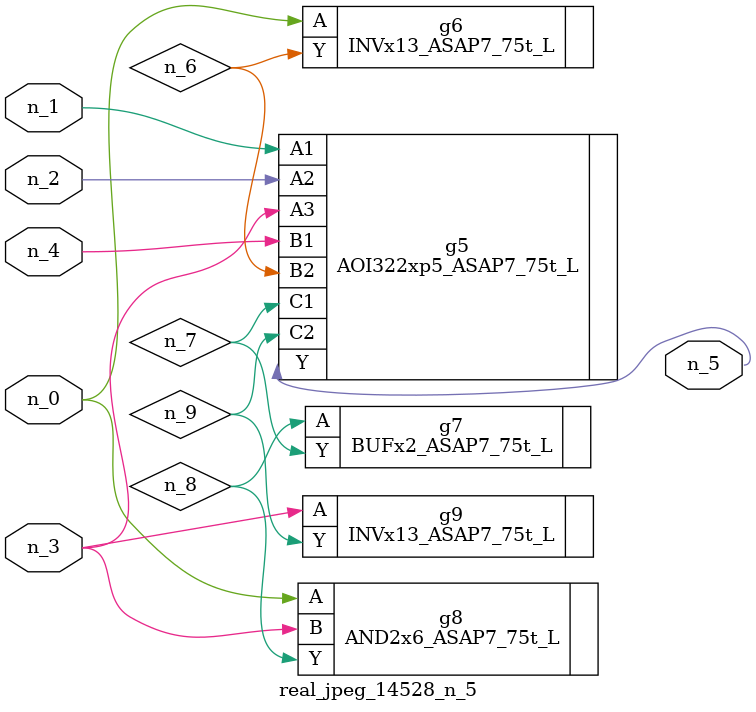
<source format=v>
module real_jpeg_14528_n_5 (n_4, n_0, n_1, n_2, n_3, n_5);

input n_4;
input n_0;
input n_1;
input n_2;
input n_3;

output n_5;

wire n_8;
wire n_6;
wire n_7;
wire n_9;

INVx13_ASAP7_75t_L g6 ( 
.A(n_0),
.Y(n_6)
);

AND2x6_ASAP7_75t_L g8 ( 
.A(n_0),
.B(n_3),
.Y(n_8)
);

AOI322xp5_ASAP7_75t_L g5 ( 
.A1(n_1),
.A2(n_2),
.A3(n_3),
.B1(n_4),
.B2(n_6),
.C1(n_7),
.C2(n_9),
.Y(n_5)
);

INVx13_ASAP7_75t_L g9 ( 
.A(n_3),
.Y(n_9)
);

BUFx2_ASAP7_75t_L g7 ( 
.A(n_8),
.Y(n_7)
);


endmodule
</source>
